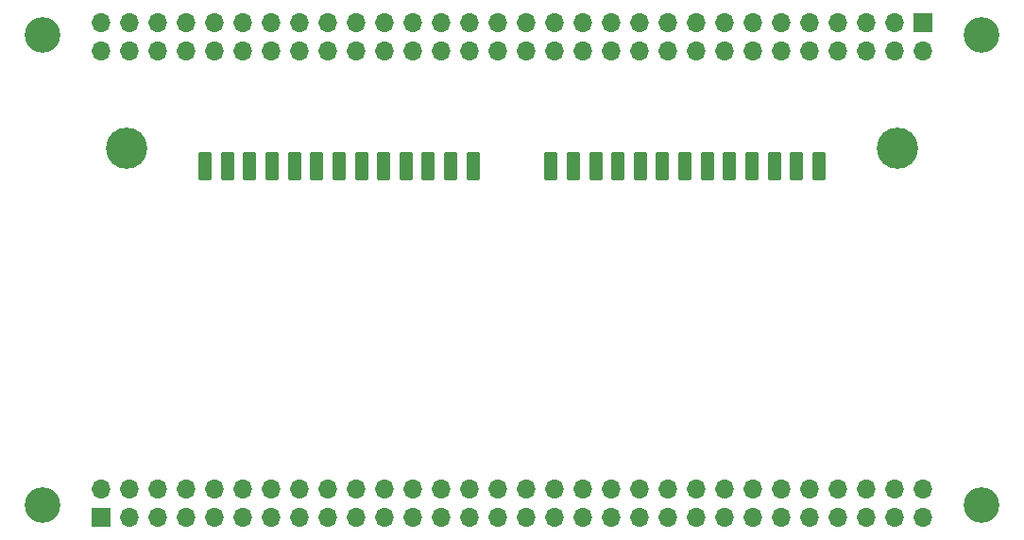
<source format=gts>
G04 #@! TF.GenerationSoftware,KiCad,Pcbnew,8.0.1*
G04 #@! TF.CreationDate,2024-08-17T14:36:57+08:00*
G04 #@! TF.ProjectId,MatchBox v0.3,4d617463-6842-46f7-9820-76302e332e6b,rev?*
G04 #@! TF.SameCoordinates,Original*
G04 #@! TF.FileFunction,Soldermask,Top*
G04 #@! TF.FilePolarity,Negative*
%FSLAX46Y46*%
G04 Gerber Fmt 4.6, Leading zero omitted, Abs format (unit mm)*
G04 Created by KiCad (PCBNEW 8.0.1) date 2024-08-17 14:36:57*
%MOMM*%
%LPD*%
G01*
G04 APERTURE LIST*
G04 Aperture macros list*
%AMRoundRect*
0 Rectangle with rounded corners*
0 $1 Rounding radius*
0 $2 $3 $4 $5 $6 $7 $8 $9 X,Y pos of 4 corners*
0 Add a 4 corners polygon primitive as box body*
4,1,4,$2,$3,$4,$5,$6,$7,$8,$9,$2,$3,0*
0 Add four circle primitives for the rounded corners*
1,1,$1+$1,$2,$3*
1,1,$1+$1,$4,$5*
1,1,$1+$1,$6,$7*
1,1,$1+$1,$8,$9*
0 Add four rect primitives between the rounded corners*
20,1,$1+$1,$2,$3,$4,$5,0*
20,1,$1+$1,$4,$5,$6,$7,0*
20,1,$1+$1,$6,$7,$8,$9,0*
20,1,$1+$1,$8,$9,$2,$3,0*%
G04 Aperture macros list end*
%ADD10C,3.200000*%
%ADD11RoundRect,0.102000X-0.500000X1.138750X-0.500000X-1.138750X0.500000X-1.138750X0.500000X1.138750X0*%
%ADD12R,1.700000X1.700000*%
%ADD13O,1.700000X1.700000*%
%ADD14C,3.700000*%
G04 APERTURE END LIST*
D10*
X77200000Y-108000000D03*
D11*
X111800000Y-77588750D03*
D12*
X82475000Y-109100000D03*
D13*
X82475000Y-106560000D03*
X85015000Y-109100000D03*
X85015000Y-106560000D03*
X87555000Y-109100000D03*
X87555000Y-106560000D03*
X90095000Y-109100000D03*
X90095000Y-106560000D03*
X92635000Y-109100000D03*
X92635000Y-106560000D03*
X95175000Y-109100000D03*
X95175000Y-106560000D03*
X97715000Y-109100000D03*
X97715000Y-106560000D03*
X100255000Y-109100000D03*
X100255000Y-106560000D03*
X102795000Y-109100000D03*
X102795000Y-106560000D03*
X105335000Y-109100000D03*
X105335000Y-106560000D03*
X107875000Y-109100000D03*
X107875000Y-106560000D03*
X110415000Y-109100000D03*
X110415000Y-106560000D03*
X112955000Y-109100000D03*
X112955000Y-106560000D03*
X115495000Y-109100000D03*
X115495000Y-106560000D03*
X118035000Y-109100000D03*
X118035000Y-106560000D03*
X120575000Y-109100000D03*
X120575000Y-106560000D03*
X123115000Y-109100000D03*
X123115000Y-106560000D03*
X125655000Y-109100000D03*
X125655000Y-106560000D03*
X128195000Y-109100000D03*
X128195000Y-106560000D03*
X130735000Y-109100000D03*
X130735000Y-106560000D03*
X133275000Y-109100000D03*
X133275000Y-106560000D03*
X135815000Y-109100000D03*
X135815000Y-106560000D03*
X138355000Y-109100000D03*
X138355000Y-106560000D03*
X140895000Y-109100000D03*
X140895000Y-106560000D03*
X143435000Y-109100000D03*
X143435000Y-106560000D03*
X145975000Y-109100000D03*
X145975000Y-106560000D03*
X148515000Y-109100000D03*
X148515000Y-106560000D03*
X151055000Y-109100000D03*
X151055000Y-106560000D03*
X153595000Y-109100000D03*
X153595000Y-106560000D03*
X156135000Y-109100000D03*
X156135000Y-106560000D03*
D11*
X109800000Y-77588750D03*
X115800000Y-77588750D03*
X99800000Y-77588750D03*
X103800000Y-77588750D03*
X144800000Y-77588750D03*
X97800000Y-77588750D03*
D12*
X156135000Y-64700000D03*
D13*
X156135000Y-67240000D03*
X153595000Y-64700000D03*
X153595000Y-67240000D03*
X151055000Y-64700000D03*
X151055000Y-67240000D03*
X148515000Y-64700000D03*
X148515000Y-67240000D03*
X145975000Y-64700000D03*
X145975000Y-67240000D03*
X143435000Y-64700000D03*
X143435000Y-67240000D03*
X140895000Y-64700000D03*
X140895000Y-67240000D03*
X138355000Y-64700000D03*
X138355000Y-67240000D03*
X135815000Y-64700000D03*
X135815000Y-67240000D03*
X133275000Y-64700000D03*
X133275000Y-67240000D03*
X130735000Y-64700000D03*
X130735000Y-67240000D03*
X128195000Y-64700000D03*
X128195000Y-67240000D03*
X125655000Y-64700000D03*
X125655000Y-67240000D03*
X123115000Y-64700000D03*
X123115000Y-67240000D03*
X120575000Y-64700000D03*
X120575000Y-67240000D03*
X118035000Y-64700000D03*
X118035000Y-67240000D03*
X115495000Y-64700000D03*
X115495000Y-67240000D03*
X112955000Y-64700000D03*
X112955000Y-67240000D03*
X110415000Y-64700000D03*
X110415000Y-67240000D03*
X107875000Y-64700000D03*
X107875000Y-67240000D03*
X105335000Y-64700000D03*
X105335000Y-67240000D03*
X102795000Y-64700000D03*
X102795000Y-67240000D03*
X100255000Y-64700000D03*
X100255000Y-67240000D03*
X97715000Y-64700000D03*
X97715000Y-67240000D03*
X95175000Y-64700000D03*
X95175000Y-67240000D03*
X92635000Y-64700000D03*
X92635000Y-67240000D03*
X90095000Y-64700000D03*
X90095000Y-67240000D03*
X87555000Y-64700000D03*
X87555000Y-67240000D03*
X85015000Y-64700000D03*
X85015000Y-67240000D03*
X82475000Y-64700000D03*
X82475000Y-67240000D03*
D10*
X161400000Y-108000000D03*
D11*
X95800000Y-77588750D03*
X91800000Y-77588750D03*
X132800000Y-77588750D03*
D14*
X84750000Y-75950000D03*
D11*
X128800000Y-77588750D03*
X93800000Y-77588750D03*
X122800000Y-77588750D03*
D10*
X77200000Y-65800000D03*
D11*
X124800000Y-77588750D03*
D10*
X161400000Y-65800000D03*
D14*
X153850000Y-75950000D03*
D11*
X146800000Y-77588750D03*
X136800000Y-77588750D03*
X142800000Y-77588750D03*
X134800000Y-77588750D03*
X130800000Y-77588750D03*
X140800000Y-77588750D03*
X113800000Y-77588750D03*
X138800000Y-77588750D03*
X101800000Y-77588750D03*
X105800000Y-77588750D03*
X126800000Y-77588750D03*
X107800000Y-77588750D03*
M02*

</source>
